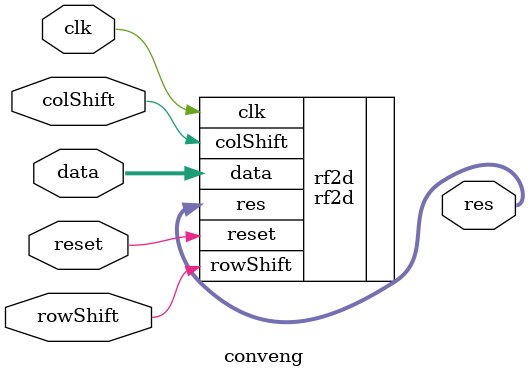
<source format=v>

module conveng
(
	input				clk,
	input				reset,
	input		[179:0]	data,
	input				colShift,
	input				rowShift,

	output	[9:0]	res
);

rf2d	#(.numCol(18), .numRow(16), .numBits(10)) 
rf2d
(
	.clk			(clk),
	.data			(data),
	
	.reset		(reset),
	.colShift	(colShift),
	.rowShift	(rowShift),
	
	.res			(res)
);


endmodule

</source>
